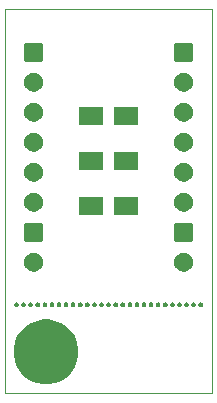
<source format=gbs>
G04 #@! TF.GenerationSoftware,KiCad,Pcbnew,(5.1.5-0-10_14)*
G04 #@! TF.CreationDate,2020-04-13T12:38:15+03:00*
G04 #@! TF.ProjectId,npa700-breakout-b1,6e706137-3030-42d6-9272-65616b6f7574,rev?*
G04 #@! TF.SameCoordinates,Original*
G04 #@! TF.FileFunction,Soldermask,Bot*
G04 #@! TF.FilePolarity,Negative*
%FSLAX46Y46*%
G04 Gerber Fmt 4.6, Leading zero omitted, Abs format (unit mm)*
G04 Created by KiCad (PCBNEW (5.1.5-0-10_14)) date 2020-04-13 12:38:15*
%MOMM*%
%LPD*%
G04 APERTURE LIST*
%ADD10C,0.010000*%
%ADD11C,0.100000*%
G04 APERTURE END LIST*
D10*
X83250001Y-111000000D02*
X83250000Y-78490000D01*
X100750000Y-78490000D02*
X100749999Y-111000000D01*
X100750000Y-78490000D02*
X83250000Y-78490000D01*
X100749999Y-111000000D02*
X83250001Y-111000000D01*
D11*
G36*
X87502144Y-104845680D02*
G01*
X88002612Y-105052981D01*
X88210805Y-105192091D01*
X88453023Y-105353936D01*
X88836064Y-105736977D01*
X88836065Y-105736979D01*
X89137019Y-106187388D01*
X89344320Y-106687856D01*
X89450000Y-107219147D01*
X89450000Y-107760853D01*
X89344320Y-108292144D01*
X89137019Y-108792612D01*
X89137018Y-108792613D01*
X88836064Y-109243023D01*
X88453023Y-109626064D01*
X88391925Y-109666888D01*
X88002612Y-109927019D01*
X87502144Y-110134320D01*
X86970853Y-110240000D01*
X86429147Y-110240000D01*
X85897856Y-110134320D01*
X85397388Y-109927019D01*
X85008075Y-109666888D01*
X84946977Y-109626064D01*
X84563936Y-109243023D01*
X84262982Y-108792613D01*
X84262981Y-108792612D01*
X84055680Y-108292144D01*
X83950000Y-107760853D01*
X83950000Y-107219147D01*
X84055680Y-106687856D01*
X84262981Y-106187388D01*
X84563935Y-105736979D01*
X84563936Y-105736977D01*
X84946977Y-105353936D01*
X85189195Y-105192091D01*
X85397388Y-105052981D01*
X85897856Y-104845680D01*
X86429147Y-104740000D01*
X86970853Y-104740000D01*
X87502144Y-104845680D01*
G37*
G36*
X94458338Y-103307685D02*
G01*
X94494736Y-103322762D01*
X94527488Y-103344646D01*
X94527490Y-103344648D01*
X94527493Y-103344650D01*
X94555350Y-103372507D01*
X94555352Y-103372510D01*
X94555354Y-103372512D01*
X94577238Y-103405264D01*
X94592315Y-103441662D01*
X94600000Y-103480300D01*
X94600000Y-103519700D01*
X94592315Y-103558338D01*
X94577238Y-103594736D01*
X94555354Y-103627488D01*
X94555352Y-103627490D01*
X94555350Y-103627493D01*
X94527493Y-103655350D01*
X94527490Y-103655352D01*
X94527488Y-103655354D01*
X94494736Y-103677238D01*
X94458338Y-103692315D01*
X94419700Y-103700000D01*
X94380300Y-103700000D01*
X94341662Y-103692315D01*
X94305264Y-103677238D01*
X94272512Y-103655354D01*
X94272510Y-103655352D01*
X94272507Y-103655350D01*
X94244650Y-103627493D01*
X94244648Y-103627490D01*
X94244646Y-103627488D01*
X94222762Y-103594736D01*
X94207685Y-103558338D01*
X94200000Y-103519700D01*
X94200000Y-103480300D01*
X94207685Y-103441662D01*
X94222762Y-103405264D01*
X94244646Y-103372512D01*
X94244648Y-103372510D01*
X94244650Y-103372507D01*
X94272507Y-103344650D01*
X94272510Y-103344648D01*
X94272512Y-103344646D01*
X94305264Y-103322762D01*
X94341662Y-103307685D01*
X94380300Y-103300000D01*
X94419700Y-103300000D01*
X94458338Y-103307685D01*
G37*
G36*
X93858338Y-103307685D02*
G01*
X93894736Y-103322762D01*
X93927488Y-103344646D01*
X93927490Y-103344648D01*
X93927493Y-103344650D01*
X93955350Y-103372507D01*
X93955352Y-103372510D01*
X93955354Y-103372512D01*
X93977238Y-103405264D01*
X93992315Y-103441662D01*
X94000000Y-103480300D01*
X94000000Y-103519700D01*
X93992315Y-103558338D01*
X93977238Y-103594736D01*
X93955354Y-103627488D01*
X93955352Y-103627490D01*
X93955350Y-103627493D01*
X93927493Y-103655350D01*
X93927490Y-103655352D01*
X93927488Y-103655354D01*
X93894736Y-103677238D01*
X93858338Y-103692315D01*
X93819700Y-103700000D01*
X93780300Y-103700000D01*
X93741662Y-103692315D01*
X93705264Y-103677238D01*
X93672512Y-103655354D01*
X93672510Y-103655352D01*
X93672507Y-103655350D01*
X93644650Y-103627493D01*
X93644648Y-103627490D01*
X93644646Y-103627488D01*
X93622762Y-103594736D01*
X93607685Y-103558338D01*
X93600000Y-103519700D01*
X93600000Y-103480300D01*
X93607685Y-103441662D01*
X93622762Y-103405264D01*
X93644646Y-103372512D01*
X93644648Y-103372510D01*
X93644650Y-103372507D01*
X93672507Y-103344650D01*
X93672510Y-103344648D01*
X93672512Y-103344646D01*
X93705264Y-103322762D01*
X93741662Y-103307685D01*
X93780300Y-103300000D01*
X93819700Y-103300000D01*
X93858338Y-103307685D01*
G37*
G36*
X93258338Y-103307685D02*
G01*
X93294736Y-103322762D01*
X93327488Y-103344646D01*
X93327490Y-103344648D01*
X93327493Y-103344650D01*
X93355350Y-103372507D01*
X93355352Y-103372510D01*
X93355354Y-103372512D01*
X93377238Y-103405264D01*
X93392315Y-103441662D01*
X93400000Y-103480300D01*
X93400000Y-103519700D01*
X93392315Y-103558338D01*
X93377238Y-103594736D01*
X93355354Y-103627488D01*
X93355352Y-103627490D01*
X93355350Y-103627493D01*
X93327493Y-103655350D01*
X93327490Y-103655352D01*
X93327488Y-103655354D01*
X93294736Y-103677238D01*
X93258338Y-103692315D01*
X93219700Y-103700000D01*
X93180300Y-103700000D01*
X93141662Y-103692315D01*
X93105264Y-103677238D01*
X93072512Y-103655354D01*
X93072510Y-103655352D01*
X93072507Y-103655350D01*
X93044650Y-103627493D01*
X93044648Y-103627490D01*
X93044646Y-103627488D01*
X93022762Y-103594736D01*
X93007685Y-103558338D01*
X93000000Y-103519700D01*
X93000000Y-103480300D01*
X93007685Y-103441662D01*
X93022762Y-103405264D01*
X93044646Y-103372512D01*
X93044648Y-103372510D01*
X93044650Y-103372507D01*
X93072507Y-103344650D01*
X93072510Y-103344648D01*
X93072512Y-103344646D01*
X93105264Y-103322762D01*
X93141662Y-103307685D01*
X93180300Y-103300000D01*
X93219700Y-103300000D01*
X93258338Y-103307685D01*
G37*
G36*
X92658338Y-103307685D02*
G01*
X92694736Y-103322762D01*
X92727488Y-103344646D01*
X92727490Y-103344648D01*
X92727493Y-103344650D01*
X92755350Y-103372507D01*
X92755352Y-103372510D01*
X92755354Y-103372512D01*
X92777238Y-103405264D01*
X92792315Y-103441662D01*
X92800000Y-103480300D01*
X92800000Y-103519700D01*
X92792315Y-103558338D01*
X92777238Y-103594736D01*
X92755354Y-103627488D01*
X92755352Y-103627490D01*
X92755350Y-103627493D01*
X92727493Y-103655350D01*
X92727490Y-103655352D01*
X92727488Y-103655354D01*
X92694736Y-103677238D01*
X92658338Y-103692315D01*
X92619700Y-103700000D01*
X92580300Y-103700000D01*
X92541662Y-103692315D01*
X92505264Y-103677238D01*
X92472512Y-103655354D01*
X92472510Y-103655352D01*
X92472507Y-103655350D01*
X92444650Y-103627493D01*
X92444648Y-103627490D01*
X92444646Y-103627488D01*
X92422762Y-103594736D01*
X92407685Y-103558338D01*
X92400000Y-103519700D01*
X92400000Y-103480300D01*
X92407685Y-103441662D01*
X92422762Y-103405264D01*
X92444646Y-103372512D01*
X92444648Y-103372510D01*
X92444650Y-103372507D01*
X92472507Y-103344650D01*
X92472510Y-103344648D01*
X92472512Y-103344646D01*
X92505264Y-103322762D01*
X92541662Y-103307685D01*
X92580300Y-103300000D01*
X92619700Y-103300000D01*
X92658338Y-103307685D01*
G37*
G36*
X92058338Y-103307685D02*
G01*
X92094736Y-103322762D01*
X92127488Y-103344646D01*
X92127490Y-103344648D01*
X92127493Y-103344650D01*
X92155350Y-103372507D01*
X92155352Y-103372510D01*
X92155354Y-103372512D01*
X92177238Y-103405264D01*
X92192315Y-103441662D01*
X92200000Y-103480300D01*
X92200000Y-103519700D01*
X92192315Y-103558338D01*
X92177238Y-103594736D01*
X92155354Y-103627488D01*
X92155352Y-103627490D01*
X92155350Y-103627493D01*
X92127493Y-103655350D01*
X92127490Y-103655352D01*
X92127488Y-103655354D01*
X92094736Y-103677238D01*
X92058338Y-103692315D01*
X92019700Y-103700000D01*
X91980300Y-103700000D01*
X91941662Y-103692315D01*
X91905264Y-103677238D01*
X91872512Y-103655354D01*
X91872510Y-103655352D01*
X91872507Y-103655350D01*
X91844650Y-103627493D01*
X91844648Y-103627490D01*
X91844646Y-103627488D01*
X91822762Y-103594736D01*
X91807685Y-103558338D01*
X91800000Y-103519700D01*
X91800000Y-103480300D01*
X91807685Y-103441662D01*
X91822762Y-103405264D01*
X91844646Y-103372512D01*
X91844648Y-103372510D01*
X91844650Y-103372507D01*
X91872507Y-103344650D01*
X91872510Y-103344648D01*
X91872512Y-103344646D01*
X91905264Y-103322762D01*
X91941662Y-103307685D01*
X91980300Y-103300000D01*
X92019700Y-103300000D01*
X92058338Y-103307685D01*
G37*
G36*
X91458338Y-103307685D02*
G01*
X91494736Y-103322762D01*
X91527488Y-103344646D01*
X91527490Y-103344648D01*
X91527493Y-103344650D01*
X91555350Y-103372507D01*
X91555352Y-103372510D01*
X91555354Y-103372512D01*
X91577238Y-103405264D01*
X91592315Y-103441662D01*
X91600000Y-103480300D01*
X91600000Y-103519700D01*
X91592315Y-103558338D01*
X91577238Y-103594736D01*
X91555354Y-103627488D01*
X91555352Y-103627490D01*
X91555350Y-103627493D01*
X91527493Y-103655350D01*
X91527490Y-103655352D01*
X91527488Y-103655354D01*
X91494736Y-103677238D01*
X91458338Y-103692315D01*
X91419700Y-103700000D01*
X91380300Y-103700000D01*
X91341662Y-103692315D01*
X91305264Y-103677238D01*
X91272512Y-103655354D01*
X91272510Y-103655352D01*
X91272507Y-103655350D01*
X91244650Y-103627493D01*
X91244648Y-103627490D01*
X91244646Y-103627488D01*
X91222762Y-103594736D01*
X91207685Y-103558338D01*
X91200000Y-103519700D01*
X91200000Y-103480300D01*
X91207685Y-103441662D01*
X91222762Y-103405264D01*
X91244646Y-103372512D01*
X91244648Y-103372510D01*
X91244650Y-103372507D01*
X91272507Y-103344650D01*
X91272510Y-103344648D01*
X91272512Y-103344646D01*
X91305264Y-103322762D01*
X91341662Y-103307685D01*
X91380300Y-103300000D01*
X91419700Y-103300000D01*
X91458338Y-103307685D01*
G37*
G36*
X90858338Y-103307685D02*
G01*
X90894736Y-103322762D01*
X90927488Y-103344646D01*
X90927490Y-103344648D01*
X90927493Y-103344650D01*
X90955350Y-103372507D01*
X90955352Y-103372510D01*
X90955354Y-103372512D01*
X90977238Y-103405264D01*
X90992315Y-103441662D01*
X91000000Y-103480300D01*
X91000000Y-103519700D01*
X90992315Y-103558338D01*
X90977238Y-103594736D01*
X90955354Y-103627488D01*
X90955352Y-103627490D01*
X90955350Y-103627493D01*
X90927493Y-103655350D01*
X90927490Y-103655352D01*
X90927488Y-103655354D01*
X90894736Y-103677238D01*
X90858338Y-103692315D01*
X90819700Y-103700000D01*
X90780300Y-103700000D01*
X90741662Y-103692315D01*
X90705264Y-103677238D01*
X90672512Y-103655354D01*
X90672510Y-103655352D01*
X90672507Y-103655350D01*
X90644650Y-103627493D01*
X90644648Y-103627490D01*
X90644646Y-103627488D01*
X90622762Y-103594736D01*
X90607685Y-103558338D01*
X90600000Y-103519700D01*
X90600000Y-103480300D01*
X90607685Y-103441662D01*
X90622762Y-103405264D01*
X90644646Y-103372512D01*
X90644648Y-103372510D01*
X90644650Y-103372507D01*
X90672507Y-103344650D01*
X90672510Y-103344648D01*
X90672512Y-103344646D01*
X90705264Y-103322762D01*
X90741662Y-103307685D01*
X90780300Y-103300000D01*
X90819700Y-103300000D01*
X90858338Y-103307685D01*
G37*
G36*
X90258338Y-103307685D02*
G01*
X90294736Y-103322762D01*
X90327488Y-103344646D01*
X90327490Y-103344648D01*
X90327493Y-103344650D01*
X90355350Y-103372507D01*
X90355352Y-103372510D01*
X90355354Y-103372512D01*
X90377238Y-103405264D01*
X90392315Y-103441662D01*
X90400000Y-103480300D01*
X90400000Y-103519700D01*
X90392315Y-103558338D01*
X90377238Y-103594736D01*
X90355354Y-103627488D01*
X90355352Y-103627490D01*
X90355350Y-103627493D01*
X90327493Y-103655350D01*
X90327490Y-103655352D01*
X90327488Y-103655354D01*
X90294736Y-103677238D01*
X90258338Y-103692315D01*
X90219700Y-103700000D01*
X90180300Y-103700000D01*
X90141662Y-103692315D01*
X90105264Y-103677238D01*
X90072512Y-103655354D01*
X90072510Y-103655352D01*
X90072507Y-103655350D01*
X90044650Y-103627493D01*
X90044648Y-103627490D01*
X90044646Y-103627488D01*
X90022762Y-103594736D01*
X90007685Y-103558338D01*
X90000000Y-103519700D01*
X90000000Y-103480300D01*
X90007685Y-103441662D01*
X90022762Y-103405264D01*
X90044646Y-103372512D01*
X90044648Y-103372510D01*
X90044650Y-103372507D01*
X90072507Y-103344650D01*
X90072510Y-103344648D01*
X90072512Y-103344646D01*
X90105264Y-103322762D01*
X90141662Y-103307685D01*
X90180300Y-103300000D01*
X90219700Y-103300000D01*
X90258338Y-103307685D01*
G37*
G36*
X89658338Y-103307685D02*
G01*
X89694736Y-103322762D01*
X89727488Y-103344646D01*
X89727490Y-103344648D01*
X89727493Y-103344650D01*
X89755350Y-103372507D01*
X89755352Y-103372510D01*
X89755354Y-103372512D01*
X89777238Y-103405264D01*
X89792315Y-103441662D01*
X89800000Y-103480300D01*
X89800000Y-103519700D01*
X89792315Y-103558338D01*
X89777238Y-103594736D01*
X89755354Y-103627488D01*
X89755352Y-103627490D01*
X89755350Y-103627493D01*
X89727493Y-103655350D01*
X89727490Y-103655352D01*
X89727488Y-103655354D01*
X89694736Y-103677238D01*
X89658338Y-103692315D01*
X89619700Y-103700000D01*
X89580300Y-103700000D01*
X89541662Y-103692315D01*
X89505264Y-103677238D01*
X89472512Y-103655354D01*
X89472510Y-103655352D01*
X89472507Y-103655350D01*
X89444650Y-103627493D01*
X89444648Y-103627490D01*
X89444646Y-103627488D01*
X89422762Y-103594736D01*
X89407685Y-103558338D01*
X89400000Y-103519700D01*
X89400000Y-103480300D01*
X89407685Y-103441662D01*
X89422762Y-103405264D01*
X89444646Y-103372512D01*
X89444648Y-103372510D01*
X89444650Y-103372507D01*
X89472507Y-103344650D01*
X89472510Y-103344648D01*
X89472512Y-103344646D01*
X89505264Y-103322762D01*
X89541662Y-103307685D01*
X89580300Y-103300000D01*
X89619700Y-103300000D01*
X89658338Y-103307685D01*
G37*
G36*
X89058338Y-103307685D02*
G01*
X89094736Y-103322762D01*
X89127488Y-103344646D01*
X89127490Y-103344648D01*
X89127493Y-103344650D01*
X89155350Y-103372507D01*
X89155352Y-103372510D01*
X89155354Y-103372512D01*
X89177238Y-103405264D01*
X89192315Y-103441662D01*
X89200000Y-103480300D01*
X89200000Y-103519700D01*
X89192315Y-103558338D01*
X89177238Y-103594736D01*
X89155354Y-103627488D01*
X89155352Y-103627490D01*
X89155350Y-103627493D01*
X89127493Y-103655350D01*
X89127490Y-103655352D01*
X89127488Y-103655354D01*
X89094736Y-103677238D01*
X89058338Y-103692315D01*
X89019700Y-103700000D01*
X88980300Y-103700000D01*
X88941662Y-103692315D01*
X88905264Y-103677238D01*
X88872512Y-103655354D01*
X88872510Y-103655352D01*
X88872507Y-103655350D01*
X88844650Y-103627493D01*
X88844648Y-103627490D01*
X88844646Y-103627488D01*
X88822762Y-103594736D01*
X88807685Y-103558338D01*
X88800000Y-103519700D01*
X88800000Y-103480300D01*
X88807685Y-103441662D01*
X88822762Y-103405264D01*
X88844646Y-103372512D01*
X88844648Y-103372510D01*
X88844650Y-103372507D01*
X88872507Y-103344650D01*
X88872510Y-103344648D01*
X88872512Y-103344646D01*
X88905264Y-103322762D01*
X88941662Y-103307685D01*
X88980300Y-103300000D01*
X89019700Y-103300000D01*
X89058338Y-103307685D01*
G37*
G36*
X88458338Y-103307685D02*
G01*
X88494736Y-103322762D01*
X88527488Y-103344646D01*
X88527490Y-103344648D01*
X88527493Y-103344650D01*
X88555350Y-103372507D01*
X88555352Y-103372510D01*
X88555354Y-103372512D01*
X88577238Y-103405264D01*
X88592315Y-103441662D01*
X88600000Y-103480300D01*
X88600000Y-103519700D01*
X88592315Y-103558338D01*
X88577238Y-103594736D01*
X88555354Y-103627488D01*
X88555352Y-103627490D01*
X88555350Y-103627493D01*
X88527493Y-103655350D01*
X88527490Y-103655352D01*
X88527488Y-103655354D01*
X88494736Y-103677238D01*
X88458338Y-103692315D01*
X88419700Y-103700000D01*
X88380300Y-103700000D01*
X88341662Y-103692315D01*
X88305264Y-103677238D01*
X88272512Y-103655354D01*
X88272510Y-103655352D01*
X88272507Y-103655350D01*
X88244650Y-103627493D01*
X88244648Y-103627490D01*
X88244646Y-103627488D01*
X88222762Y-103594736D01*
X88207685Y-103558338D01*
X88200000Y-103519700D01*
X88200000Y-103480300D01*
X88207685Y-103441662D01*
X88222762Y-103405264D01*
X88244646Y-103372512D01*
X88244648Y-103372510D01*
X88244650Y-103372507D01*
X88272507Y-103344650D01*
X88272510Y-103344648D01*
X88272512Y-103344646D01*
X88305264Y-103322762D01*
X88341662Y-103307685D01*
X88380300Y-103300000D01*
X88419700Y-103300000D01*
X88458338Y-103307685D01*
G37*
G36*
X87858338Y-103307685D02*
G01*
X87894736Y-103322762D01*
X87927488Y-103344646D01*
X87927490Y-103344648D01*
X87927493Y-103344650D01*
X87955350Y-103372507D01*
X87955352Y-103372510D01*
X87955354Y-103372512D01*
X87977238Y-103405264D01*
X87992315Y-103441662D01*
X88000000Y-103480300D01*
X88000000Y-103519700D01*
X87992315Y-103558338D01*
X87977238Y-103594736D01*
X87955354Y-103627488D01*
X87955352Y-103627490D01*
X87955350Y-103627493D01*
X87927493Y-103655350D01*
X87927490Y-103655352D01*
X87927488Y-103655354D01*
X87894736Y-103677238D01*
X87858338Y-103692315D01*
X87819700Y-103700000D01*
X87780300Y-103700000D01*
X87741662Y-103692315D01*
X87705264Y-103677238D01*
X87672512Y-103655354D01*
X87672510Y-103655352D01*
X87672507Y-103655350D01*
X87644650Y-103627493D01*
X87644648Y-103627490D01*
X87644646Y-103627488D01*
X87622762Y-103594736D01*
X87607685Y-103558338D01*
X87600000Y-103519700D01*
X87600000Y-103480300D01*
X87607685Y-103441662D01*
X87622762Y-103405264D01*
X87644646Y-103372512D01*
X87644648Y-103372510D01*
X87644650Y-103372507D01*
X87672507Y-103344650D01*
X87672510Y-103344648D01*
X87672512Y-103344646D01*
X87705264Y-103322762D01*
X87741662Y-103307685D01*
X87780300Y-103300000D01*
X87819700Y-103300000D01*
X87858338Y-103307685D01*
G37*
G36*
X87258338Y-103307685D02*
G01*
X87294736Y-103322762D01*
X87327488Y-103344646D01*
X87327490Y-103344648D01*
X87327493Y-103344650D01*
X87355350Y-103372507D01*
X87355352Y-103372510D01*
X87355354Y-103372512D01*
X87377238Y-103405264D01*
X87392315Y-103441662D01*
X87400000Y-103480300D01*
X87400000Y-103519700D01*
X87392315Y-103558338D01*
X87377238Y-103594736D01*
X87355354Y-103627488D01*
X87355352Y-103627490D01*
X87355350Y-103627493D01*
X87327493Y-103655350D01*
X87327490Y-103655352D01*
X87327488Y-103655354D01*
X87294736Y-103677238D01*
X87258338Y-103692315D01*
X87219700Y-103700000D01*
X87180300Y-103700000D01*
X87141662Y-103692315D01*
X87105264Y-103677238D01*
X87072512Y-103655354D01*
X87072510Y-103655352D01*
X87072507Y-103655350D01*
X87044650Y-103627493D01*
X87044648Y-103627490D01*
X87044646Y-103627488D01*
X87022762Y-103594736D01*
X87007685Y-103558338D01*
X87000000Y-103519700D01*
X87000000Y-103480300D01*
X87007685Y-103441662D01*
X87022762Y-103405264D01*
X87044646Y-103372512D01*
X87044648Y-103372510D01*
X87044650Y-103372507D01*
X87072507Y-103344650D01*
X87072510Y-103344648D01*
X87072512Y-103344646D01*
X87105264Y-103322762D01*
X87141662Y-103307685D01*
X87180300Y-103300000D01*
X87219700Y-103300000D01*
X87258338Y-103307685D01*
G37*
G36*
X86658338Y-103307685D02*
G01*
X86694736Y-103322762D01*
X86727488Y-103344646D01*
X86727490Y-103344648D01*
X86727493Y-103344650D01*
X86755350Y-103372507D01*
X86755352Y-103372510D01*
X86755354Y-103372512D01*
X86777238Y-103405264D01*
X86792315Y-103441662D01*
X86800000Y-103480300D01*
X86800000Y-103519700D01*
X86792315Y-103558338D01*
X86777238Y-103594736D01*
X86755354Y-103627488D01*
X86755352Y-103627490D01*
X86755350Y-103627493D01*
X86727493Y-103655350D01*
X86727490Y-103655352D01*
X86727488Y-103655354D01*
X86694736Y-103677238D01*
X86658338Y-103692315D01*
X86619700Y-103700000D01*
X86580300Y-103700000D01*
X86541662Y-103692315D01*
X86505264Y-103677238D01*
X86472512Y-103655354D01*
X86472510Y-103655352D01*
X86472507Y-103655350D01*
X86444650Y-103627493D01*
X86444648Y-103627490D01*
X86444646Y-103627488D01*
X86422762Y-103594736D01*
X86407685Y-103558338D01*
X86400000Y-103519700D01*
X86400000Y-103480300D01*
X86407685Y-103441662D01*
X86422762Y-103405264D01*
X86444646Y-103372512D01*
X86444648Y-103372510D01*
X86444650Y-103372507D01*
X86472507Y-103344650D01*
X86472510Y-103344648D01*
X86472512Y-103344646D01*
X86505264Y-103322762D01*
X86541662Y-103307685D01*
X86580300Y-103300000D01*
X86619700Y-103300000D01*
X86658338Y-103307685D01*
G37*
G36*
X86058338Y-103307685D02*
G01*
X86094736Y-103322762D01*
X86127488Y-103344646D01*
X86127490Y-103344648D01*
X86127493Y-103344650D01*
X86155350Y-103372507D01*
X86155352Y-103372510D01*
X86155354Y-103372512D01*
X86177238Y-103405264D01*
X86192315Y-103441662D01*
X86200000Y-103480300D01*
X86200000Y-103519700D01*
X86192315Y-103558338D01*
X86177238Y-103594736D01*
X86155354Y-103627488D01*
X86155352Y-103627490D01*
X86155350Y-103627493D01*
X86127493Y-103655350D01*
X86127490Y-103655352D01*
X86127488Y-103655354D01*
X86094736Y-103677238D01*
X86058338Y-103692315D01*
X86019700Y-103700000D01*
X85980300Y-103700000D01*
X85941662Y-103692315D01*
X85905264Y-103677238D01*
X85872512Y-103655354D01*
X85872510Y-103655352D01*
X85872507Y-103655350D01*
X85844650Y-103627493D01*
X85844648Y-103627490D01*
X85844646Y-103627488D01*
X85822762Y-103594736D01*
X85807685Y-103558338D01*
X85800000Y-103519700D01*
X85800000Y-103480300D01*
X85807685Y-103441662D01*
X85822762Y-103405264D01*
X85844646Y-103372512D01*
X85844648Y-103372510D01*
X85844650Y-103372507D01*
X85872507Y-103344650D01*
X85872510Y-103344648D01*
X85872512Y-103344646D01*
X85905264Y-103322762D01*
X85941662Y-103307685D01*
X85980300Y-103300000D01*
X86019700Y-103300000D01*
X86058338Y-103307685D01*
G37*
G36*
X85458338Y-103307685D02*
G01*
X85494736Y-103322762D01*
X85527488Y-103344646D01*
X85527490Y-103344648D01*
X85527493Y-103344650D01*
X85555350Y-103372507D01*
X85555352Y-103372510D01*
X85555354Y-103372512D01*
X85577238Y-103405264D01*
X85592315Y-103441662D01*
X85600000Y-103480300D01*
X85600000Y-103519700D01*
X85592315Y-103558338D01*
X85577238Y-103594736D01*
X85555354Y-103627488D01*
X85555352Y-103627490D01*
X85555350Y-103627493D01*
X85527493Y-103655350D01*
X85527490Y-103655352D01*
X85527488Y-103655354D01*
X85494736Y-103677238D01*
X85458338Y-103692315D01*
X85419700Y-103700000D01*
X85380300Y-103700000D01*
X85341662Y-103692315D01*
X85305264Y-103677238D01*
X85272512Y-103655354D01*
X85272510Y-103655352D01*
X85272507Y-103655350D01*
X85244650Y-103627493D01*
X85244648Y-103627490D01*
X85244646Y-103627488D01*
X85222762Y-103594736D01*
X85207685Y-103558338D01*
X85200000Y-103519700D01*
X85200000Y-103480300D01*
X85207685Y-103441662D01*
X85222762Y-103405264D01*
X85244646Y-103372512D01*
X85244648Y-103372510D01*
X85244650Y-103372507D01*
X85272507Y-103344650D01*
X85272510Y-103344648D01*
X85272512Y-103344646D01*
X85305264Y-103322762D01*
X85341662Y-103307685D01*
X85380300Y-103300000D01*
X85419700Y-103300000D01*
X85458338Y-103307685D01*
G37*
G36*
X84858338Y-103307685D02*
G01*
X84894736Y-103322762D01*
X84927488Y-103344646D01*
X84927490Y-103344648D01*
X84927493Y-103344650D01*
X84955350Y-103372507D01*
X84955352Y-103372510D01*
X84955354Y-103372512D01*
X84977238Y-103405264D01*
X84992315Y-103441662D01*
X85000000Y-103480300D01*
X85000000Y-103519700D01*
X84992315Y-103558338D01*
X84977238Y-103594736D01*
X84955354Y-103627488D01*
X84955352Y-103627490D01*
X84955350Y-103627493D01*
X84927493Y-103655350D01*
X84927490Y-103655352D01*
X84927488Y-103655354D01*
X84894736Y-103677238D01*
X84858338Y-103692315D01*
X84819700Y-103700000D01*
X84780300Y-103700000D01*
X84741662Y-103692315D01*
X84705264Y-103677238D01*
X84672512Y-103655354D01*
X84672510Y-103655352D01*
X84672507Y-103655350D01*
X84644650Y-103627493D01*
X84644648Y-103627490D01*
X84644646Y-103627488D01*
X84622762Y-103594736D01*
X84607685Y-103558338D01*
X84600000Y-103519700D01*
X84600000Y-103480300D01*
X84607685Y-103441662D01*
X84622762Y-103405264D01*
X84644646Y-103372512D01*
X84644648Y-103372510D01*
X84644650Y-103372507D01*
X84672507Y-103344650D01*
X84672510Y-103344648D01*
X84672512Y-103344646D01*
X84705264Y-103322762D01*
X84741662Y-103307685D01*
X84780300Y-103300000D01*
X84819700Y-103300000D01*
X84858338Y-103307685D01*
G37*
G36*
X84258338Y-103307685D02*
G01*
X84294736Y-103322762D01*
X84327488Y-103344646D01*
X84327490Y-103344648D01*
X84327493Y-103344650D01*
X84355350Y-103372507D01*
X84355352Y-103372510D01*
X84355354Y-103372512D01*
X84377238Y-103405264D01*
X84392315Y-103441662D01*
X84400000Y-103480300D01*
X84400000Y-103519700D01*
X84392315Y-103558338D01*
X84377238Y-103594736D01*
X84355354Y-103627488D01*
X84355352Y-103627490D01*
X84355350Y-103627493D01*
X84327493Y-103655350D01*
X84327490Y-103655352D01*
X84327488Y-103655354D01*
X84294736Y-103677238D01*
X84258338Y-103692315D01*
X84219700Y-103700000D01*
X84180300Y-103700000D01*
X84141662Y-103692315D01*
X84105264Y-103677238D01*
X84072512Y-103655354D01*
X84072510Y-103655352D01*
X84072507Y-103655350D01*
X84044650Y-103627493D01*
X84044648Y-103627490D01*
X84044646Y-103627488D01*
X84022762Y-103594736D01*
X84007685Y-103558338D01*
X84000000Y-103519700D01*
X84000000Y-103480300D01*
X84007685Y-103441662D01*
X84022762Y-103405264D01*
X84044646Y-103372512D01*
X84044648Y-103372510D01*
X84044650Y-103372507D01*
X84072507Y-103344650D01*
X84072510Y-103344648D01*
X84072512Y-103344646D01*
X84105264Y-103322762D01*
X84141662Y-103307685D01*
X84180300Y-103300000D01*
X84219700Y-103300000D01*
X84258338Y-103307685D01*
G37*
G36*
X99858338Y-103307685D02*
G01*
X99894736Y-103322762D01*
X99927488Y-103344646D01*
X99927490Y-103344648D01*
X99927493Y-103344650D01*
X99955350Y-103372507D01*
X99955352Y-103372510D01*
X99955354Y-103372512D01*
X99977238Y-103405264D01*
X99992315Y-103441662D01*
X100000000Y-103480300D01*
X100000000Y-103519700D01*
X99992315Y-103558338D01*
X99977238Y-103594736D01*
X99955354Y-103627488D01*
X99955352Y-103627490D01*
X99955350Y-103627493D01*
X99927493Y-103655350D01*
X99927490Y-103655352D01*
X99927488Y-103655354D01*
X99894736Y-103677238D01*
X99858338Y-103692315D01*
X99819700Y-103700000D01*
X99780300Y-103700000D01*
X99741662Y-103692315D01*
X99705264Y-103677238D01*
X99672512Y-103655354D01*
X99672510Y-103655352D01*
X99672507Y-103655350D01*
X99644650Y-103627493D01*
X99644648Y-103627490D01*
X99644646Y-103627488D01*
X99622762Y-103594736D01*
X99607685Y-103558338D01*
X99600000Y-103519700D01*
X99600000Y-103480300D01*
X99607685Y-103441662D01*
X99622762Y-103405264D01*
X99644646Y-103372512D01*
X99644648Y-103372510D01*
X99644650Y-103372507D01*
X99672507Y-103344650D01*
X99672510Y-103344648D01*
X99672512Y-103344646D01*
X99705264Y-103322762D01*
X99741662Y-103307685D01*
X99780300Y-103300000D01*
X99819700Y-103300000D01*
X99858338Y-103307685D01*
G37*
G36*
X99258338Y-103307685D02*
G01*
X99294736Y-103322762D01*
X99327488Y-103344646D01*
X99327490Y-103344648D01*
X99327493Y-103344650D01*
X99355350Y-103372507D01*
X99355352Y-103372510D01*
X99355354Y-103372512D01*
X99377238Y-103405264D01*
X99392315Y-103441662D01*
X99400000Y-103480300D01*
X99400000Y-103519700D01*
X99392315Y-103558338D01*
X99377238Y-103594736D01*
X99355354Y-103627488D01*
X99355352Y-103627490D01*
X99355350Y-103627493D01*
X99327493Y-103655350D01*
X99327490Y-103655352D01*
X99327488Y-103655354D01*
X99294736Y-103677238D01*
X99258338Y-103692315D01*
X99219700Y-103700000D01*
X99180300Y-103700000D01*
X99141662Y-103692315D01*
X99105264Y-103677238D01*
X99072512Y-103655354D01*
X99072510Y-103655352D01*
X99072507Y-103655350D01*
X99044650Y-103627493D01*
X99044648Y-103627490D01*
X99044646Y-103627488D01*
X99022762Y-103594736D01*
X99007685Y-103558338D01*
X99000000Y-103519700D01*
X99000000Y-103480300D01*
X99007685Y-103441662D01*
X99022762Y-103405264D01*
X99044646Y-103372512D01*
X99044648Y-103372510D01*
X99044650Y-103372507D01*
X99072507Y-103344650D01*
X99072510Y-103344648D01*
X99072512Y-103344646D01*
X99105264Y-103322762D01*
X99141662Y-103307685D01*
X99180300Y-103300000D01*
X99219700Y-103300000D01*
X99258338Y-103307685D01*
G37*
G36*
X98658338Y-103307685D02*
G01*
X98694736Y-103322762D01*
X98727488Y-103344646D01*
X98727490Y-103344648D01*
X98727493Y-103344650D01*
X98755350Y-103372507D01*
X98755352Y-103372510D01*
X98755354Y-103372512D01*
X98777238Y-103405264D01*
X98792315Y-103441662D01*
X98800000Y-103480300D01*
X98800000Y-103519700D01*
X98792315Y-103558338D01*
X98777238Y-103594736D01*
X98755354Y-103627488D01*
X98755352Y-103627490D01*
X98755350Y-103627493D01*
X98727493Y-103655350D01*
X98727490Y-103655352D01*
X98727488Y-103655354D01*
X98694736Y-103677238D01*
X98658338Y-103692315D01*
X98619700Y-103700000D01*
X98580300Y-103700000D01*
X98541662Y-103692315D01*
X98505264Y-103677238D01*
X98472512Y-103655354D01*
X98472510Y-103655352D01*
X98472507Y-103655350D01*
X98444650Y-103627493D01*
X98444648Y-103627490D01*
X98444646Y-103627488D01*
X98422762Y-103594736D01*
X98407685Y-103558338D01*
X98400000Y-103519700D01*
X98400000Y-103480300D01*
X98407685Y-103441662D01*
X98422762Y-103405264D01*
X98444646Y-103372512D01*
X98444648Y-103372510D01*
X98444650Y-103372507D01*
X98472507Y-103344650D01*
X98472510Y-103344648D01*
X98472512Y-103344646D01*
X98505264Y-103322762D01*
X98541662Y-103307685D01*
X98580300Y-103300000D01*
X98619700Y-103300000D01*
X98658338Y-103307685D01*
G37*
G36*
X98058338Y-103307685D02*
G01*
X98094736Y-103322762D01*
X98127488Y-103344646D01*
X98127490Y-103344648D01*
X98127493Y-103344650D01*
X98155350Y-103372507D01*
X98155352Y-103372510D01*
X98155354Y-103372512D01*
X98177238Y-103405264D01*
X98192315Y-103441662D01*
X98200000Y-103480300D01*
X98200000Y-103519700D01*
X98192315Y-103558338D01*
X98177238Y-103594736D01*
X98155354Y-103627488D01*
X98155352Y-103627490D01*
X98155350Y-103627493D01*
X98127493Y-103655350D01*
X98127490Y-103655352D01*
X98127488Y-103655354D01*
X98094736Y-103677238D01*
X98058338Y-103692315D01*
X98019700Y-103700000D01*
X97980300Y-103700000D01*
X97941662Y-103692315D01*
X97905264Y-103677238D01*
X97872512Y-103655354D01*
X97872510Y-103655352D01*
X97872507Y-103655350D01*
X97844650Y-103627493D01*
X97844648Y-103627490D01*
X97844646Y-103627488D01*
X97822762Y-103594736D01*
X97807685Y-103558338D01*
X97800000Y-103519700D01*
X97800000Y-103480300D01*
X97807685Y-103441662D01*
X97822762Y-103405264D01*
X97844646Y-103372512D01*
X97844648Y-103372510D01*
X97844650Y-103372507D01*
X97872507Y-103344650D01*
X97872510Y-103344648D01*
X97872512Y-103344646D01*
X97905264Y-103322762D01*
X97941662Y-103307685D01*
X97980300Y-103300000D01*
X98019700Y-103300000D01*
X98058338Y-103307685D01*
G37*
G36*
X97458338Y-103307685D02*
G01*
X97494736Y-103322762D01*
X97527488Y-103344646D01*
X97527490Y-103344648D01*
X97527493Y-103344650D01*
X97555350Y-103372507D01*
X97555352Y-103372510D01*
X97555354Y-103372512D01*
X97577238Y-103405264D01*
X97592315Y-103441662D01*
X97600000Y-103480300D01*
X97600000Y-103519700D01*
X97592315Y-103558338D01*
X97577238Y-103594736D01*
X97555354Y-103627488D01*
X97555352Y-103627490D01*
X97555350Y-103627493D01*
X97527493Y-103655350D01*
X97527490Y-103655352D01*
X97527488Y-103655354D01*
X97494736Y-103677238D01*
X97458338Y-103692315D01*
X97419700Y-103700000D01*
X97380300Y-103700000D01*
X97341662Y-103692315D01*
X97305264Y-103677238D01*
X97272512Y-103655354D01*
X97272510Y-103655352D01*
X97272507Y-103655350D01*
X97244650Y-103627493D01*
X97244648Y-103627490D01*
X97244646Y-103627488D01*
X97222762Y-103594736D01*
X97207685Y-103558338D01*
X97200000Y-103519700D01*
X97200000Y-103480300D01*
X97207685Y-103441662D01*
X97222762Y-103405264D01*
X97244646Y-103372512D01*
X97244648Y-103372510D01*
X97244650Y-103372507D01*
X97272507Y-103344650D01*
X97272510Y-103344648D01*
X97272512Y-103344646D01*
X97305264Y-103322762D01*
X97341662Y-103307685D01*
X97380300Y-103300000D01*
X97419700Y-103300000D01*
X97458338Y-103307685D01*
G37*
G36*
X95058338Y-103307685D02*
G01*
X95094736Y-103322762D01*
X95127488Y-103344646D01*
X95127490Y-103344648D01*
X95127493Y-103344650D01*
X95155350Y-103372507D01*
X95155352Y-103372510D01*
X95155354Y-103372512D01*
X95177238Y-103405264D01*
X95192315Y-103441662D01*
X95200000Y-103480300D01*
X95200000Y-103519700D01*
X95192315Y-103558338D01*
X95177238Y-103594736D01*
X95155354Y-103627488D01*
X95155352Y-103627490D01*
X95155350Y-103627493D01*
X95127493Y-103655350D01*
X95127490Y-103655352D01*
X95127488Y-103655354D01*
X95094736Y-103677238D01*
X95058338Y-103692315D01*
X95019700Y-103700000D01*
X94980300Y-103700000D01*
X94941662Y-103692315D01*
X94905264Y-103677238D01*
X94872512Y-103655354D01*
X94872510Y-103655352D01*
X94872507Y-103655350D01*
X94844650Y-103627493D01*
X94844648Y-103627490D01*
X94844646Y-103627488D01*
X94822762Y-103594736D01*
X94807685Y-103558338D01*
X94800000Y-103519700D01*
X94800000Y-103480300D01*
X94807685Y-103441662D01*
X94822762Y-103405264D01*
X94844646Y-103372512D01*
X94844648Y-103372510D01*
X94844650Y-103372507D01*
X94872507Y-103344650D01*
X94872510Y-103344648D01*
X94872512Y-103344646D01*
X94905264Y-103322762D01*
X94941662Y-103307685D01*
X94980300Y-103300000D01*
X95019700Y-103300000D01*
X95058338Y-103307685D01*
G37*
G36*
X95658338Y-103307685D02*
G01*
X95694736Y-103322762D01*
X95727488Y-103344646D01*
X95727490Y-103344648D01*
X95727493Y-103344650D01*
X95755350Y-103372507D01*
X95755352Y-103372510D01*
X95755354Y-103372512D01*
X95777238Y-103405264D01*
X95792315Y-103441662D01*
X95800000Y-103480300D01*
X95800000Y-103519700D01*
X95792315Y-103558338D01*
X95777238Y-103594736D01*
X95755354Y-103627488D01*
X95755352Y-103627490D01*
X95755350Y-103627493D01*
X95727493Y-103655350D01*
X95727490Y-103655352D01*
X95727488Y-103655354D01*
X95694736Y-103677238D01*
X95658338Y-103692315D01*
X95619700Y-103700000D01*
X95580300Y-103700000D01*
X95541662Y-103692315D01*
X95505264Y-103677238D01*
X95472512Y-103655354D01*
X95472510Y-103655352D01*
X95472507Y-103655350D01*
X95444650Y-103627493D01*
X95444648Y-103627490D01*
X95444646Y-103627488D01*
X95422762Y-103594736D01*
X95407685Y-103558338D01*
X95400000Y-103519700D01*
X95400000Y-103480300D01*
X95407685Y-103441662D01*
X95422762Y-103405264D01*
X95444646Y-103372512D01*
X95444648Y-103372510D01*
X95444650Y-103372507D01*
X95472507Y-103344650D01*
X95472510Y-103344648D01*
X95472512Y-103344646D01*
X95505264Y-103322762D01*
X95541662Y-103307685D01*
X95580300Y-103300000D01*
X95619700Y-103300000D01*
X95658338Y-103307685D01*
G37*
G36*
X96258338Y-103307685D02*
G01*
X96294736Y-103322762D01*
X96327488Y-103344646D01*
X96327490Y-103344648D01*
X96327493Y-103344650D01*
X96355350Y-103372507D01*
X96355352Y-103372510D01*
X96355354Y-103372512D01*
X96377238Y-103405264D01*
X96392315Y-103441662D01*
X96400000Y-103480300D01*
X96400000Y-103519700D01*
X96392315Y-103558338D01*
X96377238Y-103594736D01*
X96355354Y-103627488D01*
X96355352Y-103627490D01*
X96355350Y-103627493D01*
X96327493Y-103655350D01*
X96327490Y-103655352D01*
X96327488Y-103655354D01*
X96294736Y-103677238D01*
X96258338Y-103692315D01*
X96219700Y-103700000D01*
X96180300Y-103700000D01*
X96141662Y-103692315D01*
X96105264Y-103677238D01*
X96072512Y-103655354D01*
X96072510Y-103655352D01*
X96072507Y-103655350D01*
X96044650Y-103627493D01*
X96044648Y-103627490D01*
X96044646Y-103627488D01*
X96022762Y-103594736D01*
X96007685Y-103558338D01*
X96000000Y-103519700D01*
X96000000Y-103480300D01*
X96007685Y-103441662D01*
X96022762Y-103405264D01*
X96044646Y-103372512D01*
X96044648Y-103372510D01*
X96044650Y-103372507D01*
X96072507Y-103344650D01*
X96072510Y-103344648D01*
X96072512Y-103344646D01*
X96105264Y-103322762D01*
X96141662Y-103307685D01*
X96180300Y-103300000D01*
X96219700Y-103300000D01*
X96258338Y-103307685D01*
G37*
G36*
X96858338Y-103307685D02*
G01*
X96894736Y-103322762D01*
X96927488Y-103344646D01*
X96927490Y-103344648D01*
X96927493Y-103344650D01*
X96955350Y-103372507D01*
X96955352Y-103372510D01*
X96955354Y-103372512D01*
X96977238Y-103405264D01*
X96992315Y-103441662D01*
X97000000Y-103480300D01*
X97000000Y-103519700D01*
X96992315Y-103558338D01*
X96977238Y-103594736D01*
X96955354Y-103627488D01*
X96955352Y-103627490D01*
X96955350Y-103627493D01*
X96927493Y-103655350D01*
X96927490Y-103655352D01*
X96927488Y-103655354D01*
X96894736Y-103677238D01*
X96858338Y-103692315D01*
X96819700Y-103700000D01*
X96780300Y-103700000D01*
X96741662Y-103692315D01*
X96705264Y-103677238D01*
X96672512Y-103655354D01*
X96672510Y-103655352D01*
X96672507Y-103655350D01*
X96644650Y-103627493D01*
X96644648Y-103627490D01*
X96644646Y-103627488D01*
X96622762Y-103594736D01*
X96607685Y-103558338D01*
X96600000Y-103519700D01*
X96600000Y-103480300D01*
X96607685Y-103441662D01*
X96622762Y-103405264D01*
X96644646Y-103372512D01*
X96644648Y-103372510D01*
X96644650Y-103372507D01*
X96672507Y-103344650D01*
X96672510Y-103344648D01*
X96672512Y-103344646D01*
X96705264Y-103322762D01*
X96741662Y-103307685D01*
X96780300Y-103300000D01*
X96819700Y-103300000D01*
X96858338Y-103307685D01*
G37*
G36*
X98531832Y-99110495D02*
G01*
X98583351Y-99120743D01*
X98643656Y-99145722D01*
X98728941Y-99181048D01*
X98859969Y-99268598D01*
X98971402Y-99380031D01*
X99058952Y-99511059D01*
X99119257Y-99656650D01*
X99150000Y-99811205D01*
X99150000Y-99968795D01*
X99119257Y-100123350D01*
X99058952Y-100268941D01*
X98971402Y-100399969D01*
X98859969Y-100511402D01*
X98728941Y-100598952D01*
X98643656Y-100634278D01*
X98583351Y-100659257D01*
X98531832Y-100669505D01*
X98428795Y-100690000D01*
X98271205Y-100690000D01*
X98168168Y-100669505D01*
X98116649Y-100659257D01*
X98056344Y-100634278D01*
X97971059Y-100598952D01*
X97840031Y-100511402D01*
X97728598Y-100399969D01*
X97641048Y-100268941D01*
X97580743Y-100123350D01*
X97550000Y-99968795D01*
X97550000Y-99811205D01*
X97580743Y-99656650D01*
X97641048Y-99511059D01*
X97728598Y-99380031D01*
X97840031Y-99268598D01*
X97971059Y-99181048D01*
X98056344Y-99145722D01*
X98116649Y-99120743D01*
X98168168Y-99110495D01*
X98271205Y-99090000D01*
X98428795Y-99090000D01*
X98531832Y-99110495D01*
G37*
G36*
X85831832Y-99110495D02*
G01*
X85883351Y-99120743D01*
X85943656Y-99145722D01*
X86028941Y-99181048D01*
X86159969Y-99268598D01*
X86271402Y-99380031D01*
X86358952Y-99511059D01*
X86419257Y-99656650D01*
X86450000Y-99811205D01*
X86450000Y-99968795D01*
X86419257Y-100123350D01*
X86358952Y-100268941D01*
X86271402Y-100399969D01*
X86159969Y-100511402D01*
X86028941Y-100598952D01*
X85943656Y-100634278D01*
X85883351Y-100659257D01*
X85831832Y-100669505D01*
X85728795Y-100690000D01*
X85571205Y-100690000D01*
X85468168Y-100669505D01*
X85416649Y-100659257D01*
X85356344Y-100634278D01*
X85271059Y-100598952D01*
X85140031Y-100511402D01*
X85028598Y-100399969D01*
X84941048Y-100268941D01*
X84880743Y-100123350D01*
X84850000Y-99968795D01*
X84850000Y-99811205D01*
X84880743Y-99656650D01*
X84941048Y-99511059D01*
X85028598Y-99380031D01*
X85140031Y-99268598D01*
X85271059Y-99181048D01*
X85356344Y-99145722D01*
X85416649Y-99120743D01*
X85468168Y-99110495D01*
X85571205Y-99090000D01*
X85728795Y-99090000D01*
X85831832Y-99110495D01*
G37*
G36*
X99019153Y-96553359D02*
G01*
X99049595Y-96562594D01*
X99077643Y-96577586D01*
X99102233Y-96597767D01*
X99122414Y-96622357D01*
X99137406Y-96650405D01*
X99146641Y-96680847D01*
X99150000Y-96714954D01*
X99150000Y-97985046D01*
X99146641Y-98019153D01*
X99137406Y-98049595D01*
X99122414Y-98077643D01*
X99102233Y-98102233D01*
X99077643Y-98122414D01*
X99049595Y-98137406D01*
X99019153Y-98146641D01*
X98985046Y-98150000D01*
X97714954Y-98150000D01*
X97680847Y-98146641D01*
X97650405Y-98137406D01*
X97622357Y-98122414D01*
X97597767Y-98102233D01*
X97577586Y-98077643D01*
X97562594Y-98049595D01*
X97553359Y-98019153D01*
X97550000Y-97985046D01*
X97550000Y-96714954D01*
X97553359Y-96680847D01*
X97562594Y-96650405D01*
X97577586Y-96622357D01*
X97597767Y-96597767D01*
X97622357Y-96577586D01*
X97650405Y-96562594D01*
X97680847Y-96553359D01*
X97714954Y-96550000D01*
X98985046Y-96550000D01*
X99019153Y-96553359D01*
G37*
G36*
X86319153Y-96553359D02*
G01*
X86349595Y-96562594D01*
X86377643Y-96577586D01*
X86402233Y-96597767D01*
X86422414Y-96622357D01*
X86437406Y-96650405D01*
X86446641Y-96680847D01*
X86450000Y-96714954D01*
X86450000Y-97985046D01*
X86446641Y-98019153D01*
X86437406Y-98049595D01*
X86422414Y-98077643D01*
X86402233Y-98102233D01*
X86377643Y-98122414D01*
X86349595Y-98137406D01*
X86319153Y-98146641D01*
X86285046Y-98150000D01*
X85014954Y-98150000D01*
X84980847Y-98146641D01*
X84950405Y-98137406D01*
X84922357Y-98122414D01*
X84897767Y-98102233D01*
X84877586Y-98077643D01*
X84862594Y-98049595D01*
X84853359Y-98019153D01*
X84850000Y-97985046D01*
X84850000Y-96714954D01*
X84853359Y-96680847D01*
X84862594Y-96650405D01*
X84877586Y-96622357D01*
X84897767Y-96597767D01*
X84922357Y-96577586D01*
X84950405Y-96562594D01*
X84980847Y-96553359D01*
X85014954Y-96550000D01*
X86285046Y-96550000D01*
X86319153Y-96553359D01*
G37*
G36*
X90497559Y-94379759D02*
G01*
X90502458Y-94380000D01*
X91550000Y-94380000D01*
X91550000Y-95880000D01*
X90502443Y-95880000D01*
X90497554Y-95880242D01*
X89502451Y-95880242D01*
X89500002Y-95880001D01*
X89500000Y-95880000D01*
X89500000Y-95879999D01*
X89499999Y-95879998D01*
X89499758Y-95877549D01*
X89499758Y-94382451D01*
X89499999Y-94380002D01*
X89500000Y-94380000D01*
X89500002Y-94379999D01*
X89502451Y-94379758D01*
X90497549Y-94379758D01*
X90497559Y-94379759D01*
G37*
G36*
X94499998Y-94379999D02*
G01*
X94499999Y-94380000D01*
X94500000Y-94380000D01*
X94500001Y-94380002D01*
X94500242Y-94382451D01*
X94500242Y-95877549D01*
X94500001Y-95879998D01*
X94500000Y-95879999D01*
X94500000Y-95880000D01*
X94499999Y-95880001D01*
X94499998Y-95880001D01*
X94497549Y-95880242D01*
X93502451Y-95880242D01*
X93502441Y-95880241D01*
X93497542Y-95880000D01*
X92450000Y-95880000D01*
X92450000Y-94380000D01*
X93497557Y-94380000D01*
X93502446Y-94379758D01*
X94497549Y-94379758D01*
X94499998Y-94379999D01*
G37*
G36*
X98531832Y-94030495D02*
G01*
X98583351Y-94040743D01*
X98643656Y-94065722D01*
X98728941Y-94101048D01*
X98859969Y-94188598D01*
X98971402Y-94300031D01*
X99058952Y-94431059D01*
X99119257Y-94576650D01*
X99150000Y-94731205D01*
X99150000Y-94888795D01*
X99119257Y-95043350D01*
X99058952Y-95188941D01*
X98971402Y-95319969D01*
X98859969Y-95431402D01*
X98728941Y-95518952D01*
X98643656Y-95554278D01*
X98583351Y-95579257D01*
X98531832Y-95589505D01*
X98428795Y-95610000D01*
X98271205Y-95610000D01*
X98168168Y-95589505D01*
X98116649Y-95579257D01*
X98056344Y-95554278D01*
X97971059Y-95518952D01*
X97840031Y-95431402D01*
X97728598Y-95319969D01*
X97641048Y-95188941D01*
X97580743Y-95043350D01*
X97550000Y-94888795D01*
X97550000Y-94731205D01*
X97580743Y-94576650D01*
X97641048Y-94431059D01*
X97728598Y-94300031D01*
X97840031Y-94188598D01*
X97971059Y-94101048D01*
X98056344Y-94065722D01*
X98116649Y-94040743D01*
X98168168Y-94030495D01*
X98271205Y-94010000D01*
X98428795Y-94010000D01*
X98531832Y-94030495D01*
G37*
G36*
X85831832Y-94030495D02*
G01*
X85883351Y-94040743D01*
X85943656Y-94065722D01*
X86028941Y-94101048D01*
X86159969Y-94188598D01*
X86271402Y-94300031D01*
X86358952Y-94431059D01*
X86419257Y-94576650D01*
X86450000Y-94731205D01*
X86450000Y-94888795D01*
X86419257Y-95043350D01*
X86358952Y-95188941D01*
X86271402Y-95319969D01*
X86159969Y-95431402D01*
X86028941Y-95518952D01*
X85943656Y-95554278D01*
X85883351Y-95579257D01*
X85831832Y-95589505D01*
X85728795Y-95610000D01*
X85571205Y-95610000D01*
X85468168Y-95589505D01*
X85416649Y-95579257D01*
X85356344Y-95554278D01*
X85271059Y-95518952D01*
X85140031Y-95431402D01*
X85028598Y-95319969D01*
X84941048Y-95188941D01*
X84880743Y-95043350D01*
X84850000Y-94888795D01*
X84850000Y-94731205D01*
X84880743Y-94576650D01*
X84941048Y-94431059D01*
X85028598Y-94300031D01*
X85140031Y-94188598D01*
X85271059Y-94101048D01*
X85356344Y-94065722D01*
X85416649Y-94040743D01*
X85468168Y-94030495D01*
X85571205Y-94010000D01*
X85728795Y-94010000D01*
X85831832Y-94030495D01*
G37*
G36*
X98531832Y-91490495D02*
G01*
X98583351Y-91500743D01*
X98643656Y-91525722D01*
X98728941Y-91561048D01*
X98859969Y-91648598D01*
X98971402Y-91760031D01*
X99058952Y-91891059D01*
X99119257Y-92036650D01*
X99150000Y-92191205D01*
X99150000Y-92348795D01*
X99119257Y-92503350D01*
X99058952Y-92648941D01*
X98971402Y-92779969D01*
X98859969Y-92891402D01*
X98728941Y-92978952D01*
X98643656Y-93014278D01*
X98583351Y-93039257D01*
X98531832Y-93049505D01*
X98428795Y-93070000D01*
X98271205Y-93070000D01*
X98168168Y-93049505D01*
X98116649Y-93039257D01*
X98056344Y-93014278D01*
X97971059Y-92978952D01*
X97840031Y-92891402D01*
X97728598Y-92779969D01*
X97641048Y-92648941D01*
X97580743Y-92503350D01*
X97550000Y-92348795D01*
X97550000Y-92191205D01*
X97580743Y-92036650D01*
X97641048Y-91891059D01*
X97728598Y-91760031D01*
X97840031Y-91648598D01*
X97971059Y-91561048D01*
X98056344Y-91525722D01*
X98116649Y-91500743D01*
X98168168Y-91490495D01*
X98271205Y-91470000D01*
X98428795Y-91470000D01*
X98531832Y-91490495D01*
G37*
G36*
X85831832Y-91490495D02*
G01*
X85883351Y-91500743D01*
X85943656Y-91525722D01*
X86028941Y-91561048D01*
X86159969Y-91648598D01*
X86271402Y-91760031D01*
X86358952Y-91891059D01*
X86419257Y-92036650D01*
X86450000Y-92191205D01*
X86450000Y-92348795D01*
X86419257Y-92503350D01*
X86358952Y-92648941D01*
X86271402Y-92779969D01*
X86159969Y-92891402D01*
X86028941Y-92978952D01*
X85943656Y-93014278D01*
X85883351Y-93039257D01*
X85831832Y-93049505D01*
X85728795Y-93070000D01*
X85571205Y-93070000D01*
X85468168Y-93049505D01*
X85416649Y-93039257D01*
X85356344Y-93014278D01*
X85271059Y-92978952D01*
X85140031Y-92891402D01*
X85028598Y-92779969D01*
X84941048Y-92648941D01*
X84880743Y-92503350D01*
X84850000Y-92348795D01*
X84850000Y-92191205D01*
X84880743Y-92036650D01*
X84941048Y-91891059D01*
X85028598Y-91760031D01*
X85140031Y-91648598D01*
X85271059Y-91561048D01*
X85356344Y-91525722D01*
X85416649Y-91500743D01*
X85468168Y-91490495D01*
X85571205Y-91470000D01*
X85728795Y-91470000D01*
X85831832Y-91490495D01*
G37*
G36*
X90497559Y-90569759D02*
G01*
X90502458Y-90570000D01*
X91550000Y-90570000D01*
X91550000Y-92070000D01*
X90502443Y-92070000D01*
X90497554Y-92070242D01*
X89502451Y-92070242D01*
X89500002Y-92070001D01*
X89500000Y-92070000D01*
X89500000Y-92069999D01*
X89499999Y-92069998D01*
X89499758Y-92067549D01*
X89499758Y-90572451D01*
X89499999Y-90570002D01*
X89500000Y-90570000D01*
X89500002Y-90569999D01*
X89502451Y-90569758D01*
X90497549Y-90569758D01*
X90497559Y-90569759D01*
G37*
G36*
X94499998Y-90569999D02*
G01*
X94499999Y-90570000D01*
X94500000Y-90570000D01*
X94500001Y-90570002D01*
X94500242Y-90572451D01*
X94500242Y-92067549D01*
X94500001Y-92069998D01*
X94500000Y-92069999D01*
X94500000Y-92070000D01*
X94499999Y-92070001D01*
X94499998Y-92070001D01*
X94497549Y-92070242D01*
X93502451Y-92070242D01*
X93502441Y-92070241D01*
X93497542Y-92070000D01*
X92450000Y-92070000D01*
X92450000Y-90570000D01*
X93497557Y-90570000D01*
X93502446Y-90569758D01*
X94497549Y-90569758D01*
X94499998Y-90569999D01*
G37*
G36*
X85831832Y-88950495D02*
G01*
X85883351Y-88960743D01*
X85943656Y-88985722D01*
X86028941Y-89021048D01*
X86159969Y-89108598D01*
X86271402Y-89220031D01*
X86358952Y-89351059D01*
X86419257Y-89496650D01*
X86450000Y-89651205D01*
X86450000Y-89808795D01*
X86419257Y-89963350D01*
X86358952Y-90108941D01*
X86271402Y-90239969D01*
X86159969Y-90351402D01*
X86028941Y-90438952D01*
X85943656Y-90474278D01*
X85883351Y-90499257D01*
X85831832Y-90509505D01*
X85728795Y-90530000D01*
X85571205Y-90530000D01*
X85468168Y-90509505D01*
X85416649Y-90499257D01*
X85356344Y-90474278D01*
X85271059Y-90438952D01*
X85140031Y-90351402D01*
X85028598Y-90239969D01*
X84941048Y-90108941D01*
X84880743Y-89963350D01*
X84850000Y-89808795D01*
X84850000Y-89651205D01*
X84880743Y-89496650D01*
X84941048Y-89351059D01*
X85028598Y-89220031D01*
X85140031Y-89108598D01*
X85271059Y-89021048D01*
X85356344Y-88985722D01*
X85416649Y-88960743D01*
X85468168Y-88950495D01*
X85571205Y-88930000D01*
X85728795Y-88930000D01*
X85831832Y-88950495D01*
G37*
G36*
X98531832Y-88950495D02*
G01*
X98583351Y-88960743D01*
X98643656Y-88985722D01*
X98728941Y-89021048D01*
X98859969Y-89108598D01*
X98971402Y-89220031D01*
X99058952Y-89351059D01*
X99119257Y-89496650D01*
X99150000Y-89651205D01*
X99150000Y-89808795D01*
X99119257Y-89963350D01*
X99058952Y-90108941D01*
X98971402Y-90239969D01*
X98859969Y-90351402D01*
X98728941Y-90438952D01*
X98643656Y-90474278D01*
X98583351Y-90499257D01*
X98531832Y-90509505D01*
X98428795Y-90530000D01*
X98271205Y-90530000D01*
X98168168Y-90509505D01*
X98116649Y-90499257D01*
X98056344Y-90474278D01*
X97971059Y-90438952D01*
X97840031Y-90351402D01*
X97728598Y-90239969D01*
X97641048Y-90108941D01*
X97580743Y-89963350D01*
X97550000Y-89808795D01*
X97550000Y-89651205D01*
X97580743Y-89496650D01*
X97641048Y-89351059D01*
X97728598Y-89220031D01*
X97840031Y-89108598D01*
X97971059Y-89021048D01*
X98056344Y-88985722D01*
X98116649Y-88960743D01*
X98168168Y-88950495D01*
X98271205Y-88930000D01*
X98428795Y-88930000D01*
X98531832Y-88950495D01*
G37*
G36*
X90497559Y-86759759D02*
G01*
X90502458Y-86760000D01*
X91550000Y-86760000D01*
X91550000Y-88260000D01*
X90502443Y-88260000D01*
X90497554Y-88260242D01*
X89502451Y-88260242D01*
X89500002Y-88260001D01*
X89500001Y-88260000D01*
X89500000Y-88260000D01*
X89500000Y-88259999D01*
X89499999Y-88259998D01*
X89499758Y-88257549D01*
X89499758Y-86762451D01*
X89499999Y-86760002D01*
X89500000Y-86760000D01*
X89500002Y-86759999D01*
X89502451Y-86759758D01*
X90497549Y-86759758D01*
X90497559Y-86759759D01*
G37*
G36*
X94499998Y-86759999D02*
G01*
X94499999Y-86760000D01*
X94500000Y-86760000D01*
X94500001Y-86760002D01*
X94500242Y-86762451D01*
X94500242Y-88257549D01*
X94500001Y-88259998D01*
X94500001Y-88259999D01*
X94500000Y-88260000D01*
X94499999Y-88260000D01*
X94499998Y-88260001D01*
X94497549Y-88260242D01*
X93502451Y-88260242D01*
X93502441Y-88260241D01*
X93497542Y-88260000D01*
X92450000Y-88260000D01*
X92450000Y-86760000D01*
X93497557Y-86760000D01*
X93502446Y-86759758D01*
X94497549Y-86759758D01*
X94499998Y-86759999D01*
G37*
G36*
X98531832Y-86410495D02*
G01*
X98583351Y-86420743D01*
X98643656Y-86445722D01*
X98728941Y-86481048D01*
X98859969Y-86568598D01*
X98971402Y-86680031D01*
X99058952Y-86811059D01*
X99119257Y-86956650D01*
X99150000Y-87111205D01*
X99150000Y-87268795D01*
X99119257Y-87423350D01*
X99058952Y-87568941D01*
X98971402Y-87699969D01*
X98859969Y-87811402D01*
X98728941Y-87898952D01*
X98643656Y-87934278D01*
X98583351Y-87959257D01*
X98531832Y-87969505D01*
X98428795Y-87990000D01*
X98271205Y-87990000D01*
X98168168Y-87969505D01*
X98116649Y-87959257D01*
X98056344Y-87934278D01*
X97971059Y-87898952D01*
X97840031Y-87811402D01*
X97728598Y-87699969D01*
X97641048Y-87568941D01*
X97580743Y-87423350D01*
X97550000Y-87268795D01*
X97550000Y-87111205D01*
X97580743Y-86956650D01*
X97641048Y-86811059D01*
X97728598Y-86680031D01*
X97840031Y-86568598D01*
X97971059Y-86481048D01*
X98056344Y-86445722D01*
X98116649Y-86420743D01*
X98168168Y-86410495D01*
X98271205Y-86390000D01*
X98428795Y-86390000D01*
X98531832Y-86410495D01*
G37*
G36*
X85831832Y-86410495D02*
G01*
X85883351Y-86420743D01*
X85943656Y-86445722D01*
X86028941Y-86481048D01*
X86159969Y-86568598D01*
X86271402Y-86680031D01*
X86358952Y-86811059D01*
X86419257Y-86956650D01*
X86450000Y-87111205D01*
X86450000Y-87268795D01*
X86419257Y-87423350D01*
X86358952Y-87568941D01*
X86271402Y-87699969D01*
X86159969Y-87811402D01*
X86028941Y-87898952D01*
X85943656Y-87934278D01*
X85883351Y-87959257D01*
X85831832Y-87969505D01*
X85728795Y-87990000D01*
X85571205Y-87990000D01*
X85468168Y-87969505D01*
X85416649Y-87959257D01*
X85356344Y-87934278D01*
X85271059Y-87898952D01*
X85140031Y-87811402D01*
X85028598Y-87699969D01*
X84941048Y-87568941D01*
X84880743Y-87423350D01*
X84850000Y-87268795D01*
X84850000Y-87111205D01*
X84880743Y-86956650D01*
X84941048Y-86811059D01*
X85028598Y-86680031D01*
X85140031Y-86568598D01*
X85271059Y-86481048D01*
X85356344Y-86445722D01*
X85416649Y-86420743D01*
X85468168Y-86410495D01*
X85571205Y-86390000D01*
X85728795Y-86390000D01*
X85831832Y-86410495D01*
G37*
G36*
X98531832Y-83870495D02*
G01*
X98583351Y-83880743D01*
X98643656Y-83905722D01*
X98728941Y-83941048D01*
X98859969Y-84028598D01*
X98971402Y-84140031D01*
X99058952Y-84271059D01*
X99119257Y-84416650D01*
X99150000Y-84571205D01*
X99150000Y-84728795D01*
X99119257Y-84883350D01*
X99058952Y-85028941D01*
X98971402Y-85159969D01*
X98859969Y-85271402D01*
X98728941Y-85358952D01*
X98643656Y-85394278D01*
X98583351Y-85419257D01*
X98531832Y-85429505D01*
X98428795Y-85450000D01*
X98271205Y-85450000D01*
X98168168Y-85429505D01*
X98116649Y-85419257D01*
X98056344Y-85394278D01*
X97971059Y-85358952D01*
X97840031Y-85271402D01*
X97728598Y-85159969D01*
X97641048Y-85028941D01*
X97580743Y-84883350D01*
X97550000Y-84728795D01*
X97550000Y-84571205D01*
X97580743Y-84416650D01*
X97641048Y-84271059D01*
X97728598Y-84140031D01*
X97840031Y-84028598D01*
X97971059Y-83941048D01*
X98056344Y-83905722D01*
X98116649Y-83880743D01*
X98168168Y-83870495D01*
X98271205Y-83850000D01*
X98428795Y-83850000D01*
X98531832Y-83870495D01*
G37*
G36*
X85831832Y-83870495D02*
G01*
X85883351Y-83880743D01*
X85943656Y-83905722D01*
X86028941Y-83941048D01*
X86159969Y-84028598D01*
X86271402Y-84140031D01*
X86358952Y-84271059D01*
X86419257Y-84416650D01*
X86450000Y-84571205D01*
X86450000Y-84728795D01*
X86419257Y-84883350D01*
X86358952Y-85028941D01*
X86271402Y-85159969D01*
X86159969Y-85271402D01*
X86028941Y-85358952D01*
X85943656Y-85394278D01*
X85883351Y-85419257D01*
X85831832Y-85429505D01*
X85728795Y-85450000D01*
X85571205Y-85450000D01*
X85468168Y-85429505D01*
X85416649Y-85419257D01*
X85356344Y-85394278D01*
X85271059Y-85358952D01*
X85140031Y-85271402D01*
X85028598Y-85159969D01*
X84941048Y-85028941D01*
X84880743Y-84883350D01*
X84850000Y-84728795D01*
X84850000Y-84571205D01*
X84880743Y-84416650D01*
X84941048Y-84271059D01*
X85028598Y-84140031D01*
X85140031Y-84028598D01*
X85271059Y-83941048D01*
X85356344Y-83905722D01*
X85416649Y-83880743D01*
X85468168Y-83870495D01*
X85571205Y-83850000D01*
X85728795Y-83850000D01*
X85831832Y-83870495D01*
G37*
G36*
X99019153Y-81313359D02*
G01*
X99049595Y-81322594D01*
X99077643Y-81337586D01*
X99102233Y-81357767D01*
X99122414Y-81382357D01*
X99137406Y-81410405D01*
X99146641Y-81440847D01*
X99150000Y-81474954D01*
X99150000Y-82745046D01*
X99146641Y-82779153D01*
X99137406Y-82809595D01*
X99122414Y-82837643D01*
X99102233Y-82862233D01*
X99077643Y-82882414D01*
X99049595Y-82897406D01*
X99019153Y-82906641D01*
X98985046Y-82910000D01*
X97714954Y-82910000D01*
X97680847Y-82906641D01*
X97650405Y-82897406D01*
X97622357Y-82882414D01*
X97597767Y-82862233D01*
X97577586Y-82837643D01*
X97562594Y-82809595D01*
X97553359Y-82779153D01*
X97550000Y-82745046D01*
X97550000Y-81474954D01*
X97553359Y-81440847D01*
X97562594Y-81410405D01*
X97577586Y-81382357D01*
X97597767Y-81357767D01*
X97622357Y-81337586D01*
X97650405Y-81322594D01*
X97680847Y-81313359D01*
X97714954Y-81310000D01*
X98985046Y-81310000D01*
X99019153Y-81313359D01*
G37*
G36*
X86319153Y-81313359D02*
G01*
X86349595Y-81322594D01*
X86377643Y-81337586D01*
X86402233Y-81357767D01*
X86422414Y-81382357D01*
X86437406Y-81410405D01*
X86446641Y-81440847D01*
X86450000Y-81474954D01*
X86450000Y-82745046D01*
X86446641Y-82779153D01*
X86437406Y-82809595D01*
X86422414Y-82837643D01*
X86402233Y-82862233D01*
X86377643Y-82882414D01*
X86349595Y-82897406D01*
X86319153Y-82906641D01*
X86285046Y-82910000D01*
X85014954Y-82910000D01*
X84980847Y-82906641D01*
X84950405Y-82897406D01*
X84922357Y-82882414D01*
X84897767Y-82862233D01*
X84877586Y-82837643D01*
X84862594Y-82809595D01*
X84853359Y-82779153D01*
X84850000Y-82745046D01*
X84850000Y-81474954D01*
X84853359Y-81440847D01*
X84862594Y-81410405D01*
X84877586Y-81382357D01*
X84897767Y-81357767D01*
X84922357Y-81337586D01*
X84950405Y-81322594D01*
X84980847Y-81313359D01*
X85014954Y-81310000D01*
X86285046Y-81310000D01*
X86319153Y-81313359D01*
G37*
M02*

</source>
